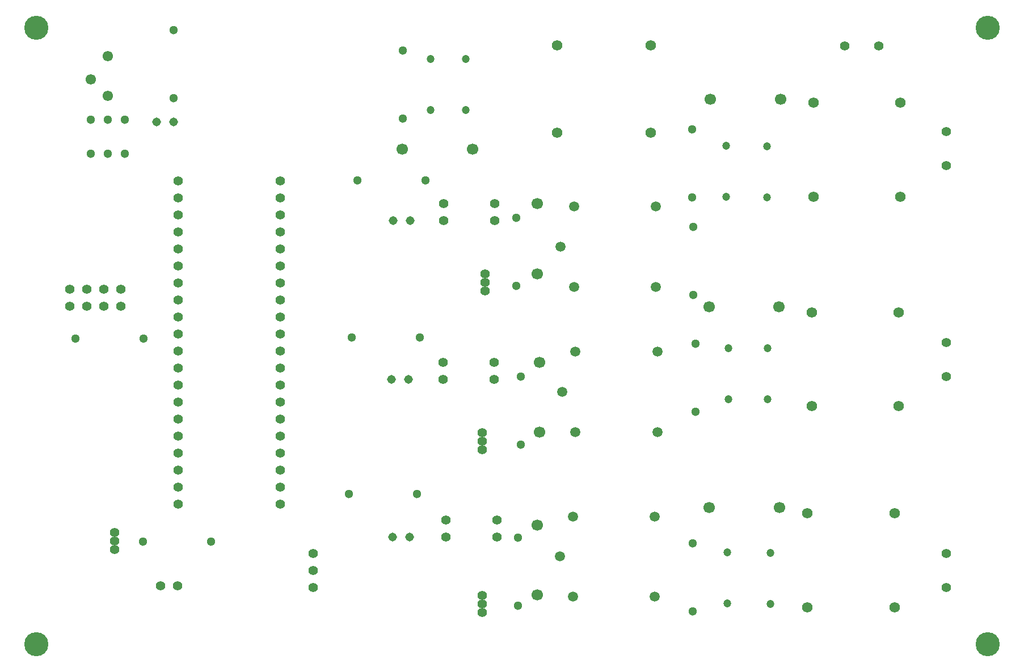
<source format=gbs>
G04 Layer_Color=16711935*
%FSLAX25Y25*%
%MOIN*%
G70*
G01*
G75*
%ADD14C,0.04724*%
%ADD20C,0.05906*%
%ADD42C,0.14173*%
%ADD43C,0.06169*%
%ADD44C,0.05512*%
%ADD45C,0.05118*%
%ADD46C,0.06693*%
%ADD47C,0.05169*%
%ADD48C,0.06102*%
D14*
X445472Y189606D02*
D03*
Y159606D02*
D03*
X445079Y308110D02*
D03*
Y278110D02*
D03*
X420866Y308504D02*
D03*
Y278504D02*
D03*
X268106Y329442D02*
D03*
Y359442D02*
D03*
X247306Y329442D02*
D03*
Y359442D02*
D03*
X422441Y189606D02*
D03*
Y159606D02*
D03*
X421653Y69528D02*
D03*
Y39528D02*
D03*
X446851Y69331D02*
D03*
Y39331D02*
D03*
D20*
X380512Y187598D02*
D03*
Y140354D02*
D03*
X332480Y187598D02*
D03*
X324606Y163976D02*
D03*
X332480Y140354D02*
D03*
X379724Y272835D02*
D03*
Y225591D02*
D03*
X331693Y272835D02*
D03*
X323819Y249213D02*
D03*
X331693Y225591D02*
D03*
X379134Y90748D02*
D03*
Y43504D02*
D03*
X331102Y90748D02*
D03*
X323228Y67126D02*
D03*
X331102Y43504D02*
D03*
D42*
X15760Y15760D02*
D03*
Y377965D02*
D03*
X574815D02*
D03*
Y15760D02*
D03*
D43*
X522441Y155512D02*
D03*
X471260D02*
D03*
Y210630D02*
D03*
X522441D02*
D03*
X523425Y278740D02*
D03*
X472244D02*
D03*
Y333858D02*
D03*
X523425D02*
D03*
X321654Y316339D02*
D03*
Y367520D02*
D03*
X376772D02*
D03*
Y316339D02*
D03*
X519882Y37402D02*
D03*
X468701D02*
D03*
Y92520D02*
D03*
X519882D02*
D03*
D44*
X61614Y81181D02*
D03*
Y76181D02*
D03*
Y71181D02*
D03*
X254685Y181378D02*
D03*
Y171378D02*
D03*
X284685Y181378D02*
D03*
Y171378D02*
D03*
X256260Y88464D02*
D03*
Y78464D02*
D03*
X286260Y88464D02*
D03*
Y78464D02*
D03*
X550394Y173032D02*
D03*
Y193032D02*
D03*
Y297047D02*
D03*
Y317047D02*
D03*
Y49016D02*
D03*
Y69016D02*
D03*
X490551Y367126D02*
D03*
X510551D02*
D03*
X35236Y224173D02*
D03*
X45236D02*
D03*
X55236D02*
D03*
X65236D02*
D03*
Y214173D02*
D03*
X55236D02*
D03*
X45236D02*
D03*
X35236D02*
D03*
X88780Y49803D02*
D03*
X98780D02*
D03*
X277559Y129842D02*
D03*
Y134842D02*
D03*
Y139842D02*
D03*
X279330Y223149D02*
D03*
Y228149D02*
D03*
Y233149D02*
D03*
X277559Y34370D02*
D03*
Y39370D02*
D03*
Y44370D02*
D03*
X159016Y287992D02*
D03*
Y277992D02*
D03*
Y267992D02*
D03*
Y257992D02*
D03*
Y247992D02*
D03*
Y237992D02*
D03*
Y227992D02*
D03*
Y217992D02*
D03*
Y207992D02*
D03*
Y197992D02*
D03*
Y187992D02*
D03*
Y177992D02*
D03*
Y167992D02*
D03*
Y157992D02*
D03*
Y147992D02*
D03*
Y137992D02*
D03*
Y127992D02*
D03*
Y117992D02*
D03*
Y107992D02*
D03*
Y97992D02*
D03*
X99016D02*
D03*
Y107992D02*
D03*
Y117992D02*
D03*
Y127992D02*
D03*
Y137992D02*
D03*
Y147992D02*
D03*
Y157992D02*
D03*
Y167992D02*
D03*
Y177992D02*
D03*
Y187992D02*
D03*
Y197992D02*
D03*
Y207992D02*
D03*
Y217992D02*
D03*
Y227992D02*
D03*
Y237992D02*
D03*
Y247992D02*
D03*
Y287992D02*
D03*
Y277992D02*
D03*
Y267992D02*
D03*
Y257992D02*
D03*
X254882Y274488D02*
D03*
Y264488D02*
D03*
X284882Y274488D02*
D03*
Y264488D02*
D03*
X178346Y49094D02*
D03*
Y59094D02*
D03*
Y69094D02*
D03*
D45*
X241142Y195866D02*
D03*
X201142D02*
D03*
X244488Y288189D02*
D03*
X204488D02*
D03*
X199213Y103937D02*
D03*
X239212D02*
D03*
X230906Y364442D02*
D03*
Y324442D02*
D03*
X78740Y195276D02*
D03*
X38740D02*
D03*
X118504Y75984D02*
D03*
X78504D02*
D03*
X47717Y304016D02*
D03*
Y324016D02*
D03*
X57717Y304016D02*
D03*
Y324016D02*
D03*
X67717Y304016D02*
D03*
Y324016D02*
D03*
X96457Y376575D02*
D03*
Y336575D02*
D03*
X403150Y152165D02*
D03*
Y192165D02*
D03*
X401378Y35039D02*
D03*
Y75039D02*
D03*
X300197Y132874D02*
D03*
Y172874D02*
D03*
X401772Y220866D02*
D03*
Y260866D02*
D03*
X400984Y278346D02*
D03*
Y318346D02*
D03*
X298622Y38386D02*
D03*
Y78386D02*
D03*
X297638Y266142D02*
D03*
Y226142D02*
D03*
D46*
X311221Y181417D02*
D03*
Y140236D02*
D03*
X411693Y336024D02*
D03*
X452874D02*
D03*
X411102Y96063D02*
D03*
X452284D02*
D03*
X309843Y274527D02*
D03*
Y233346D02*
D03*
X230788Y306693D02*
D03*
X271969D02*
D03*
X309843Y85748D02*
D03*
Y44567D02*
D03*
X410906Y213976D02*
D03*
X452087D02*
D03*
D47*
X86457Y322441D02*
D03*
X96457D02*
D03*
X235394Y264567D02*
D03*
X225394D02*
D03*
X235000Y78543D02*
D03*
X225000D02*
D03*
X234409Y171260D02*
D03*
X224409D02*
D03*
D48*
X47677Y347638D02*
D03*
X57677Y337917D02*
D03*
Y361417D02*
D03*
M02*

</source>
